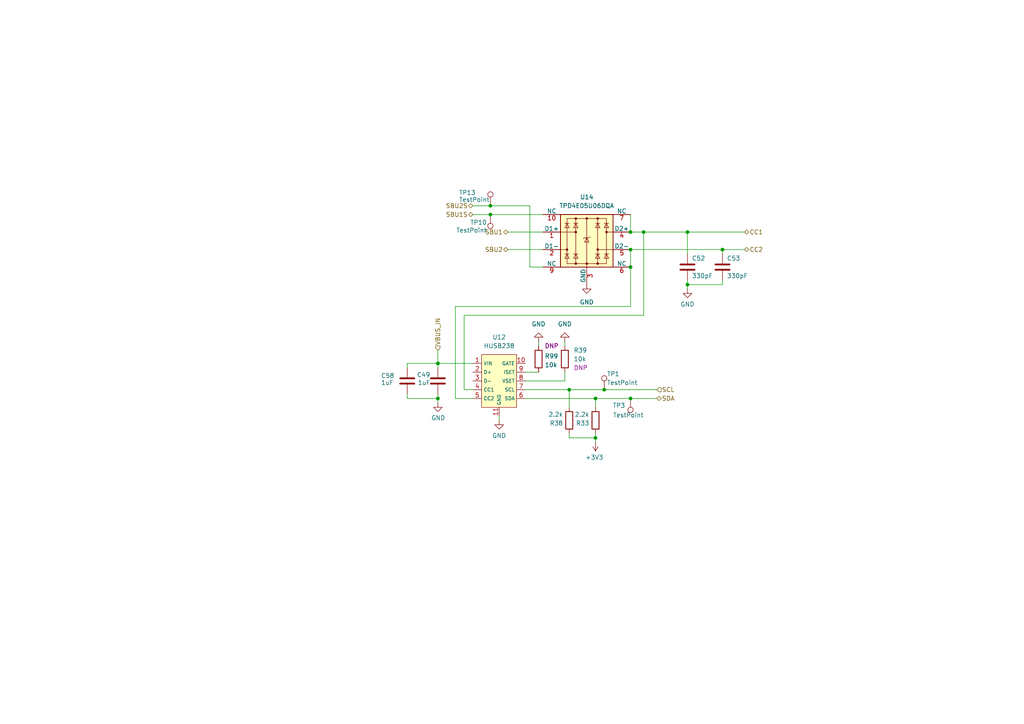
<source format=kicad_sch>
(kicad_sch
	(version 20231120)
	(generator "eeschema")
	(generator_version "8.0")
	(uuid "498836e3-ac49-4f1c-84a4-779df9d5f021")
	(paper "A4")
	(title_block
		(title "${TITLE}")
		(date "${DATE}")
		(rev "${VERSION}")
		(company "${COPYRIGHT}")
		(comment 1 "${LICENSE}")
	)
	(lib_symbols
		(symbol "Connector:TestPoint"
			(pin_numbers hide)
			(pin_names
				(offset 0.762) hide)
			(exclude_from_sim no)
			(in_bom yes)
			(on_board yes)
			(property "Reference" "TP"
				(at 0 6.858 0)
				(effects
					(font
						(size 1.27 1.27)
					)
				)
			)
			(property "Value" "TestPoint"
				(at 0 5.08 0)
				(effects
					(font
						(size 1.27 1.27)
					)
				)
			)
			(property "Footprint" ""
				(at 5.08 0 0)
				(effects
					(font
						(size 1.27 1.27)
					)
					(hide yes)
				)
			)
			(property "Datasheet" "~"
				(at 5.08 0 0)
				(effects
					(font
						(size 1.27 1.27)
					)
					(hide yes)
				)
			)
			(property "Description" "test point"
				(at 0 0 0)
				(effects
					(font
						(size 1.27 1.27)
					)
					(hide yes)
				)
			)
			(property "ki_keywords" "test point tp"
				(at 0 0 0)
				(effects
					(font
						(size 1.27 1.27)
					)
					(hide yes)
				)
			)
			(property "ki_fp_filters" "Pin* Test*"
				(at 0 0 0)
				(effects
					(font
						(size 1.27 1.27)
					)
					(hide yes)
				)
			)
			(symbol "TestPoint_0_1"
				(circle
					(center 0 3.302)
					(radius 0.762)
					(stroke
						(width 0)
						(type default)
					)
					(fill
						(type none)
					)
				)
			)
			(symbol "TestPoint_1_1"
				(pin passive line
					(at 0 0 90)
					(length 2.54)
					(name "1"
						(effects
							(font
								(size 1.27 1.27)
							)
						)
					)
					(number "1"
						(effects
							(font
								(size 1.27 1.27)
							)
						)
					)
				)
			)
		)
		(symbol "Device:C"
			(pin_numbers hide)
			(pin_names
				(offset 0.254)
			)
			(exclude_from_sim no)
			(in_bom yes)
			(on_board yes)
			(property "Reference" "C"
				(at 0.635 2.54 0)
				(effects
					(font
						(size 1.27 1.27)
					)
					(justify left)
				)
			)
			(property "Value" "C"
				(at 0.635 -2.54 0)
				(effects
					(font
						(size 1.27 1.27)
					)
					(justify left)
				)
			)
			(property "Footprint" ""
				(at 0.9652 -3.81 0)
				(effects
					(font
						(size 1.27 1.27)
					)
					(hide yes)
				)
			)
			(property "Datasheet" "~"
				(at 0 0 0)
				(effects
					(font
						(size 1.27 1.27)
					)
					(hide yes)
				)
			)
			(property "Description" "Unpolarized capacitor"
				(at 0 0 0)
				(effects
					(font
						(size 1.27 1.27)
					)
					(hide yes)
				)
			)
			(property "ki_keywords" "cap capacitor"
				(at 0 0 0)
				(effects
					(font
						(size 1.27 1.27)
					)
					(hide yes)
				)
			)
			(property "ki_fp_filters" "C_*"
				(at 0 0 0)
				(effects
					(font
						(size 1.27 1.27)
					)
					(hide yes)
				)
			)
			(symbol "C_0_1"
				(polyline
					(pts
						(xy -2.032 -0.762) (xy 2.032 -0.762)
					)
					(stroke
						(width 0.508)
						(type default)
					)
					(fill
						(type none)
					)
				)
				(polyline
					(pts
						(xy -2.032 0.762) (xy 2.032 0.762)
					)
					(stroke
						(width 0.508)
						(type default)
					)
					(fill
						(type none)
					)
				)
			)
			(symbol "C_1_1"
				(pin passive line
					(at 0 3.81 270)
					(length 2.794)
					(name "~"
						(effects
							(font
								(size 1.27 1.27)
							)
						)
					)
					(number "1"
						(effects
							(font
								(size 1.27 1.27)
							)
						)
					)
				)
				(pin passive line
					(at 0 -3.81 90)
					(length 2.794)
					(name "~"
						(effects
							(font
								(size 1.27 1.27)
							)
						)
					)
					(number "2"
						(effects
							(font
								(size 1.27 1.27)
							)
						)
					)
				)
			)
		)
		(symbol "Device:R"
			(pin_numbers hide)
			(pin_names
				(offset 0)
			)
			(exclude_from_sim no)
			(in_bom yes)
			(on_board yes)
			(property "Reference" "R"
				(at 2.032 0 90)
				(effects
					(font
						(size 1.27 1.27)
					)
				)
			)
			(property "Value" "R"
				(at 0 0 90)
				(effects
					(font
						(size 1.27 1.27)
					)
				)
			)
			(property "Footprint" ""
				(at -1.778 0 90)
				(effects
					(font
						(size 1.27 1.27)
					)
					(hide yes)
				)
			)
			(property "Datasheet" "~"
				(at 0 0 0)
				(effects
					(font
						(size 1.27 1.27)
					)
					(hide yes)
				)
			)
			(property "Description" "Resistor"
				(at 0 0 0)
				(effects
					(font
						(size 1.27 1.27)
					)
					(hide yes)
				)
			)
			(property "ki_keywords" "R res resistor"
				(at 0 0 0)
				(effects
					(font
						(size 1.27 1.27)
					)
					(hide yes)
				)
			)
			(property "ki_fp_filters" "R_*"
				(at 0 0 0)
				(effects
					(font
						(size 1.27 1.27)
					)
					(hide yes)
				)
			)
			(symbol "R_0_1"
				(rectangle
					(start -1.016 -2.54)
					(end 1.016 2.54)
					(stroke
						(width 0.254)
						(type default)
					)
					(fill
						(type none)
					)
				)
			)
			(symbol "R_1_1"
				(pin passive line
					(at 0 3.81 270)
					(length 1.27)
					(name "~"
						(effects
							(font
								(size 1.27 1.27)
							)
						)
					)
					(number "1"
						(effects
							(font
								(size 1.27 1.27)
							)
						)
					)
				)
				(pin passive line
					(at 0 -3.81 90)
					(length 1.27)
					(name "~"
						(effects
							(font
								(size 1.27 1.27)
							)
						)
					)
					(number "2"
						(effects
							(font
								(size 1.27 1.27)
							)
						)
					)
				)
			)
		)
		(symbol "Power_Protection:TPD4E05U06DQA"
			(pin_names
				(offset 0)
			)
			(exclude_from_sim no)
			(in_bom yes)
			(on_board yes)
			(property "Reference" "U"
				(at -0.635 8.89 0)
				(effects
					(font
						(size 1.27 1.27)
					)
				)
			)
			(property "Value" "TPD4E05U06DQA"
				(at 1.905 -10.16 0)
				(effects
					(font
						(size 1.27 1.27)
					)
					(justify left)
				)
			)
			(property "Footprint" "Package_SON:USON-10_2.5x1.0mm_P0.5mm"
				(at 1.905 -12.065 0)
				(effects
					(font
						(size 1.27 1.27)
						(italic yes)
					)
					(justify left)
					(hide yes)
				)
			)
			(property "Datasheet" "https://www.ti.com/lit/ds/symlink/tpd4e05u06.pdf"
				(at 1.905 -13.97 0)
				(effects
					(font
						(size 1.27 1.27)
					)
					(justify left)
					(hide yes)
				)
			)
			(property "Description" "4-Channel ESD Protection for Super-Speed USB 3.0 Interface, USON-10"
				(at 0 0 0)
				(effects
					(font
						(size 1.27 1.27)
					)
					(hide yes)
				)
			)
			(property "ki_keywords" "ESD protection USB 3.0"
				(at 0 0 0)
				(effects
					(font
						(size 1.27 1.27)
					)
					(hide yes)
				)
			)
			(property "ki_fp_filters" "USON*2.5x1.0mm*P0.5mm*"
				(at 0 0 0)
				(effects
					(font
						(size 1.27 1.27)
					)
					(hide yes)
				)
			)
			(symbol "TPD4E05U06DQA_0_0"
				(rectangle
					(start -5.715 6.477)
					(end 5.715 -6.604)
					(stroke
						(width 0)
						(type default)
					)
					(fill
						(type none)
					)
				)
				(polyline
					(pts
						(xy -3.175 -6.604) (xy -3.175 6.477)
					)
					(stroke
						(width 0)
						(type default)
					)
					(fill
						(type none)
					)
				)
				(polyline
					(pts
						(xy 0 6.477) (xy 0 -6.604)
					)
					(stroke
						(width 0)
						(type default)
					)
					(fill
						(type none)
					)
				)
				(polyline
					(pts
						(xy 3.175 6.477) (xy 3.175 -6.604)
					)
					(stroke
						(width 0)
						(type default)
					)
					(fill
						(type none)
					)
				)
			)
			(symbol "TPD4E05U06DQA_0_1"
				(rectangle
					(start -7.62 7.62)
					(end 7.62 -7.62)
					(stroke
						(width 0.254)
						(type default)
					)
					(fill
						(type background)
					)
				)
				(circle
					(center -5.715 -2.54)
					(radius 0.2794)
					(stroke
						(width 0)
						(type default)
					)
					(fill
						(type outline)
					)
				)
				(circle
					(center -3.175 -6.604)
					(radius 0.2794)
					(stroke
						(width 0)
						(type default)
					)
					(fill
						(type outline)
					)
				)
				(circle
					(center -3.175 2.54)
					(radius 0.2794)
					(stroke
						(width 0)
						(type default)
					)
					(fill
						(type outline)
					)
				)
				(circle
					(center -3.175 6.477)
					(radius 0.2794)
					(stroke
						(width 0)
						(type default)
					)
					(fill
						(type outline)
					)
				)
				(circle
					(center 0 -6.604)
					(radius 0.2794)
					(stroke
						(width 0)
						(type default)
					)
					(fill
						(type outline)
					)
				)
				(polyline
					(pts
						(xy -7.747 2.54) (xy -3.175 2.54)
					)
					(stroke
						(width 0)
						(type default)
					)
					(fill
						(type none)
					)
				)
				(polyline
					(pts
						(xy -7.62 -2.54) (xy -5.715 -2.54)
					)
					(stroke
						(width 0)
						(type default)
					)
					(fill
						(type none)
					)
				)
				(polyline
					(pts
						(xy -5.08 -3.81) (xy -6.35 -3.81)
					)
					(stroke
						(width 0)
						(type default)
					)
					(fill
						(type none)
					)
				)
				(polyline
					(pts
						(xy -5.08 5.08) (xy -6.35 5.08)
					)
					(stroke
						(width 0)
						(type default)
					)
					(fill
						(type none)
					)
				)
				(polyline
					(pts
						(xy -2.54 -3.81) (xy -3.81 -3.81)
					)
					(stroke
						(width 0)
						(type default)
					)
					(fill
						(type none)
					)
				)
				(polyline
					(pts
						(xy -2.54 5.08) (xy -3.81 5.08)
					)
					(stroke
						(width 0)
						(type default)
					)
					(fill
						(type none)
					)
				)
				(polyline
					(pts
						(xy -0.635 0.889) (xy -1.016 0.635)
					)
					(stroke
						(width 0)
						(type default)
					)
					(fill
						(type none)
					)
				)
				(polyline
					(pts
						(xy 0 -6.604) (xy 0 -7.62)
					)
					(stroke
						(width 0)
						(type default)
					)
					(fill
						(type none)
					)
				)
				(polyline
					(pts
						(xy 0.635 0.889) (xy -0.635 0.889)
					)
					(stroke
						(width 0)
						(type default)
					)
					(fill
						(type none)
					)
				)
				(polyline
					(pts
						(xy 0.635 0.889) (xy 1.016 1.143)
					)
					(stroke
						(width 0)
						(type default)
					)
					(fill
						(type none)
					)
				)
				(polyline
					(pts
						(xy 3.81 -3.81) (xy 2.54 -3.81)
					)
					(stroke
						(width 0)
						(type default)
					)
					(fill
						(type none)
					)
				)
				(polyline
					(pts
						(xy 3.81 5.08) (xy 2.54 5.08)
					)
					(stroke
						(width 0)
						(type default)
					)
					(fill
						(type none)
					)
				)
				(polyline
					(pts
						(xy 6.35 -3.81) (xy 5.08 -3.81)
					)
					(stroke
						(width 0)
						(type default)
					)
					(fill
						(type none)
					)
				)
				(polyline
					(pts
						(xy 6.35 5.08) (xy 5.08 5.08)
					)
					(stroke
						(width 0)
						(type default)
					)
					(fill
						(type none)
					)
				)
				(polyline
					(pts
						(xy 7.62 -2.54) (xy 3.175 -2.54)
					)
					(stroke
						(width 0)
						(type default)
					)
					(fill
						(type none)
					)
				)
				(polyline
					(pts
						(xy 7.62 2.54) (xy 5.715 2.54)
					)
					(stroke
						(width 0)
						(type default)
					)
					(fill
						(type none)
					)
				)
				(polyline
					(pts
						(xy -5.08 -5.08) (xy -6.35 -5.08) (xy -5.715 -3.81) (xy -5.08 -5.08)
					)
					(stroke
						(width 0)
						(type default)
					)
					(fill
						(type none)
					)
				)
				(polyline
					(pts
						(xy -5.08 3.81) (xy -6.35 3.81) (xy -5.715 5.08) (xy -5.08 3.81)
					)
					(stroke
						(width 0)
						(type default)
					)
					(fill
						(type none)
					)
				)
				(polyline
					(pts
						(xy -2.54 -5.08) (xy -3.81 -5.08) (xy -3.175 -3.81) (xy -2.54 -5.08)
					)
					(stroke
						(width 0)
						(type default)
					)
					(fill
						(type none)
					)
				)
				(polyline
					(pts
						(xy -2.54 3.81) (xy -3.81 3.81) (xy -3.175 5.08) (xy -2.54 3.81)
					)
					(stroke
						(width 0)
						(type default)
					)
					(fill
						(type none)
					)
				)
				(polyline
					(pts
						(xy 0.635 -0.381) (xy -0.635 -0.381) (xy 0 0.889) (xy 0.635 -0.381)
					)
					(stroke
						(width 0)
						(type default)
					)
					(fill
						(type none)
					)
				)
				(polyline
					(pts
						(xy 3.81 -5.08) (xy 2.54 -5.08) (xy 3.175 -3.81) (xy 3.81 -5.08)
					)
					(stroke
						(width 0)
						(type default)
					)
					(fill
						(type none)
					)
				)
				(polyline
					(pts
						(xy 3.81 3.81) (xy 2.54 3.81) (xy 3.175 5.08) (xy 3.81 3.81)
					)
					(stroke
						(width 0)
						(type default)
					)
					(fill
						(type none)
					)
				)
				(polyline
					(pts
						(xy 6.35 -5.08) (xy 5.08 -5.08) (xy 5.715 -3.81) (xy 6.35 -5.08)
					)
					(stroke
						(width 0)
						(type default)
					)
					(fill
						(type none)
					)
				)
				(polyline
					(pts
						(xy 6.35 3.81) (xy 5.08 3.81) (xy 5.715 5.08) (xy 6.35 3.81)
					)
					(stroke
						(width 0)
						(type default)
					)
					(fill
						(type none)
					)
				)
				(circle
					(center 0 6.477)
					(radius 0.2794)
					(stroke
						(width 0)
						(type default)
					)
					(fill
						(type outline)
					)
				)
				(circle
					(center 3.175 -6.604)
					(radius 0.2794)
					(stroke
						(width 0)
						(type default)
					)
					(fill
						(type outline)
					)
				)
				(circle
					(center 3.175 -2.54)
					(radius 0.2794)
					(stroke
						(width 0)
						(type default)
					)
					(fill
						(type outline)
					)
				)
				(circle
					(center 3.175 6.477)
					(radius 0.2794)
					(stroke
						(width 0)
						(type default)
					)
					(fill
						(type outline)
					)
				)
				(circle
					(center 5.715 2.54)
					(radius 0.2794)
					(stroke
						(width 0)
						(type default)
					)
					(fill
						(type outline)
					)
				)
			)
			(symbol "TPD4E05U06DQA_1_1"
				(pin passive line
					(at -12.7 2.54 0)
					(length 5.08)
					(name "D1+"
						(effects
							(font
								(size 1.27 1.27)
							)
						)
					)
					(number "1"
						(effects
							(font
								(size 1.27 1.27)
							)
						)
					)
				)
				(pin free line
					(at -12.7 7.62 0)
					(length 5.08)
					(name "NC"
						(effects
							(font
								(size 1.27 1.27)
							)
						)
					)
					(number "10"
						(effects
							(font
								(size 1.27 1.27)
							)
						)
					)
				)
				(pin passive line
					(at -12.7 -2.54 0)
					(length 5.08)
					(name "D1-"
						(effects
							(font
								(size 1.27 1.27)
							)
						)
					)
					(number "2"
						(effects
							(font
								(size 1.27 1.27)
							)
						)
					)
				)
				(pin power_in line
					(at 0 -12.7 90)
					(length 5.08)
					(name "GND"
						(effects
							(font
								(size 1.27 1.27)
							)
						)
					)
					(number "3"
						(effects
							(font
								(size 1.27 1.27)
							)
						)
					)
				)
				(pin passive line
					(at 12.7 2.54 180)
					(length 5.08)
					(name "D2+"
						(effects
							(font
								(size 1.27 1.27)
							)
						)
					)
					(number "4"
						(effects
							(font
								(size 1.27 1.27)
							)
						)
					)
				)
				(pin passive line
					(at 12.7 -2.54 180)
					(length 5.08)
					(name "D2-"
						(effects
							(font
								(size 1.27 1.27)
							)
						)
					)
					(number "5"
						(effects
							(font
								(size 1.27 1.27)
							)
						)
					)
				)
				(pin free line
					(at 12.7 -7.62 180)
					(length 5.08)
					(name "NC"
						(effects
							(font
								(size 1.27 1.27)
							)
						)
					)
					(number "6"
						(effects
							(font
								(size 1.27 1.27)
							)
						)
					)
				)
				(pin free line
					(at 12.7 7.62 180)
					(length 5.08)
					(name "NC"
						(effects
							(font
								(size 1.27 1.27)
							)
						)
					)
					(number "7"
						(effects
							(font
								(size 1.27 1.27)
							)
						)
					)
				)
				(pin passive line
					(at 0 -12.7 90)
					(length 5.08) hide
					(name "GND"
						(effects
							(font
								(size 1.27 1.27)
							)
						)
					)
					(number "8"
						(effects
							(font
								(size 1.27 1.27)
							)
						)
					)
				)
				(pin free line
					(at -12.7 -7.62 0)
					(length 5.08)
					(name "NC"
						(effects
							(font
								(size 1.27 1.27)
							)
						)
					)
					(number "9"
						(effects
							(font
								(size 1.27 1.27)
							)
						)
					)
				)
			)
		)
		(symbol "Project:HUSB238"
			(exclude_from_sim no)
			(in_bom yes)
			(on_board yes)
			(property "Reference" "U"
				(at 0 0 0)
				(effects
					(font
						(size 1.27 1.27)
					)
				)
			)
			(property "Value" "HUSB238"
				(at 0 0 0)
				(effects
					(font
						(size 1.27 1.27)
					)
				)
			)
			(property "Footprint" "Porject:HUSB238-QFN-10_EP_3.7x3_Pitch0.5mm"
				(at 0 0 0)
				(effects
					(font
						(size 1.27 1.27)
					)
					(hide yes)
				)
			)
			(property "Datasheet" ""
				(at 0 0 0)
				(effects
					(font
						(size 1.27 1.27)
					)
					(hide yes)
				)
			)
			(property "Description" ""
				(at 0 0 0)
				(effects
					(font
						(size 1.27 1.27)
					)
					(hide yes)
				)
			)
			(symbol "HUSB238_0_1"
				(rectangle
					(start 2.54 0)
					(end 12.7 -15.24)
					(stroke
						(width 0)
						(type default)
					)
					(fill
						(type background)
					)
				)
			)
			(symbol "HUSB238_1_1"
				(pin passive line
					(at 0 -2.54 0)
					(length 2.54)
					(name "VIN"
						(effects
							(font
								(size 1.016 1.016)
							)
						)
					)
					(number "1"
						(effects
							(font
								(size 1.27 1.27)
							)
						)
					)
				)
				(pin passive line
					(at 15.24 -2.54 180)
					(length 2.54)
					(name "GATE"
						(effects
							(font
								(size 1.016 1.016)
							)
						)
					)
					(number "10"
						(effects
							(font
								(size 1.27 1.27)
							)
						)
					)
				)
				(pin passive line
					(at 7.62 -17.78 90)
					(length 2.54)
					(name "GND"
						(effects
							(font
								(size 1.016 1.016)
							)
						)
					)
					(number "11"
						(effects
							(font
								(size 1.27 1.27)
							)
						)
					)
				)
				(pin passive line
					(at 0 -5.08 0)
					(length 2.54)
					(name "D+"
						(effects
							(font
								(size 1.016 1.016)
							)
						)
					)
					(number "2"
						(effects
							(font
								(size 1.27 1.27)
							)
						)
					)
				)
				(pin passive line
					(at 0 -7.62 0)
					(length 2.54)
					(name "D-"
						(effects
							(font
								(size 1.016 1.016)
							)
						)
					)
					(number "3"
						(effects
							(font
								(size 1.27 1.27)
							)
						)
					)
				)
				(pin passive line
					(at 0 -10.16 0)
					(length 2.54)
					(name "CC1"
						(effects
							(font
								(size 1.016 1.016)
							)
						)
					)
					(number "4"
						(effects
							(font
								(size 1.27 1.27)
							)
						)
					)
				)
				(pin passive line
					(at 0 -12.7 0)
					(length 2.54)
					(name "CC2"
						(effects
							(font
								(size 1.016 1.016)
							)
						)
					)
					(number "5"
						(effects
							(font
								(size 1.27 1.27)
							)
						)
					)
				)
				(pin passive line
					(at 15.24 -12.7 180)
					(length 2.54)
					(name "SDA"
						(effects
							(font
								(size 1.016 1.016)
							)
						)
					)
					(number "6"
						(effects
							(font
								(size 1.27 1.27)
							)
						)
					)
				)
				(pin passive line
					(at 15.24 -10.16 180)
					(length 2.54)
					(name "SCL"
						(effects
							(font
								(size 1.016 1.016)
							)
						)
					)
					(number "7"
						(effects
							(font
								(size 1.27 1.27)
							)
						)
					)
				)
				(pin passive line
					(at 15.24 -7.62 180)
					(length 2.54)
					(name "VSET"
						(effects
							(font
								(size 1.016 1.016)
							)
						)
					)
					(number "8"
						(effects
							(font
								(size 1.27 1.27)
							)
						)
					)
				)
				(pin passive line
					(at 15.24 -5.08 180)
					(length 2.54)
					(name "ISET"
						(effects
							(font
								(size 1.016 1.016)
							)
						)
					)
					(number "9"
						(effects
							(font
								(size 1.27 1.27)
							)
						)
					)
				)
			)
		)
		(symbol "power:+3V3"
			(power)
			(pin_numbers hide)
			(pin_names
				(offset 0) hide)
			(exclude_from_sim no)
			(in_bom yes)
			(on_board yes)
			(property "Reference" "#PWR"
				(at 0 -3.81 0)
				(effects
					(font
						(size 1.27 1.27)
					)
					(hide yes)
				)
			)
			(property "Value" "+3V3"
				(at 0 3.556 0)
				(effects
					(font
						(size 1.27 1.27)
					)
				)
			)
			(property "Footprint" ""
				(at 0 0 0)
				(effects
					(font
						(size 1.27 1.27)
					)
					(hide yes)
				)
			)
			(property "Datasheet" ""
				(at 0 0 0)
				(effects
					(font
						(size 1.27 1.27)
					)
					(hide yes)
				)
			)
			(property "Description" "Power symbol creates a global label with name \"+3V3\""
				(at 0 0 0)
				(effects
					(font
						(size 1.27 1.27)
					)
					(hide yes)
				)
			)
			(property "ki_keywords" "global power"
				(at 0 0 0)
				(effects
					(font
						(size 1.27 1.27)
					)
					(hide yes)
				)
			)
			(symbol "+3V3_0_1"
				(polyline
					(pts
						(xy -0.762 1.27) (xy 0 2.54)
					)
					(stroke
						(width 0)
						(type default)
					)
					(fill
						(type none)
					)
				)
				(polyline
					(pts
						(xy 0 0) (xy 0 2.54)
					)
					(stroke
						(width 0)
						(type default)
					)
					(fill
						(type none)
					)
				)
				(polyline
					(pts
						(xy 0 2.54) (xy 0.762 1.27)
					)
					(stroke
						(width 0)
						(type default)
					)
					(fill
						(type none)
					)
				)
			)
			(symbol "+3V3_1_1"
				(pin power_in line
					(at 0 0 90)
					(length 0)
					(name "~"
						(effects
							(font
								(size 1.27 1.27)
							)
						)
					)
					(number "1"
						(effects
							(font
								(size 1.27 1.27)
							)
						)
					)
				)
			)
		)
		(symbol "power:GND"
			(power)
			(pin_numbers hide)
			(pin_names
				(offset 0) hide)
			(exclude_from_sim no)
			(in_bom yes)
			(on_board yes)
			(property "Reference" "#PWR"
				(at 0 -6.35 0)
				(effects
					(font
						(size 1.27 1.27)
					)
					(hide yes)
				)
			)
			(property "Value" "GND"
				(at 0 -3.81 0)
				(effects
					(font
						(size 1.27 1.27)
					)
				)
			)
			(property "Footprint" ""
				(at 0 0 0)
				(effects
					(font
						(size 1.27 1.27)
					)
					(hide yes)
				)
			)
			(property "Datasheet" ""
				(at 0 0 0)
				(effects
					(font
						(size 1.27 1.27)
					)
					(hide yes)
				)
			)
			(property "Description" "Power symbol creates a global label with name \"GND\" , ground"
				(at 0 0 0)
				(effects
					(font
						(size 1.27 1.27)
					)
					(hide yes)
				)
			)
			(property "ki_keywords" "global power"
				(at 0 0 0)
				(effects
					(font
						(size 1.27 1.27)
					)
					(hide yes)
				)
			)
			(symbol "GND_0_1"
				(polyline
					(pts
						(xy 0 0) (xy 0 -1.27) (xy 1.27 -1.27) (xy 0 -2.54) (xy -1.27 -1.27) (xy 0 -1.27)
					)
					(stroke
						(width 0)
						(type default)
					)
					(fill
						(type none)
					)
				)
			)
			(symbol "GND_1_1"
				(pin power_in line
					(at 0 0 270)
					(length 0)
					(name "~"
						(effects
							(font
								(size 1.27 1.27)
							)
						)
					)
					(number "1"
						(effects
							(font
								(size 1.27 1.27)
							)
						)
					)
				)
			)
		)
	)
	(junction
		(at 175.26 113.03)
		(diameter 0)
		(color 0 0 0 0)
		(uuid "14352462-2d0a-41f1-a634-779a3848fb5a")
	)
	(junction
		(at 127 105.41)
		(diameter 0)
		(color 0 0 0 0)
		(uuid "233fe4f5-62a5-4027-b058-e1ee81325dd5")
	)
	(junction
		(at 199.39 82.55)
		(diameter 0)
		(color 0 0 0 0)
		(uuid "3f71ffa1-b752-4b8a-be61-e5e3a49ab4bc")
	)
	(junction
		(at 142.24 62.23)
		(diameter 0)
		(color 0 0 0 0)
		(uuid "446e0d04-9570-4040-9396-31c5da26fd4e")
	)
	(junction
		(at 165.1 113.03)
		(diameter 0)
		(color 0 0 0 0)
		(uuid "44da64d3-0d9c-43e2-9776-2f47f907ccf6")
	)
	(junction
		(at 142.24 59.69)
		(diameter 0)
		(color 0 0 0 0)
		(uuid "462c21d6-89ad-4653-86ee-3d66eac72ef3")
	)
	(junction
		(at 127 115.57)
		(diameter 0)
		(color 0 0 0 0)
		(uuid "46c4cb53-9985-4e51-9fb0-c81a9799572d")
	)
	(junction
		(at 199.39 67.31)
		(diameter 0)
		(color 0 0 0 0)
		(uuid "586acce2-2599-431b-b38e-075d0232ae51")
	)
	(junction
		(at 182.88 72.39)
		(diameter 0)
		(color 0 0 0 0)
		(uuid "864b50ae-7977-465e-86c0-9348780d96f7")
	)
	(junction
		(at 182.88 67.31)
		(diameter 0)
		(color 0 0 0 0)
		(uuid "8deff7b5-1121-4967-bafe-dd8faba0dbb8")
	)
	(junction
		(at 172.72 127)
		(diameter 0)
		(color 0 0 0 0)
		(uuid "92d65b65-d2a6-4374-9811-b1ce3bdb1404")
	)
	(junction
		(at 182.88 77.47)
		(diameter 0)
		(color 0 0 0 0)
		(uuid "cdbba0b1-621b-4e96-b256-bc638ffa5979")
	)
	(junction
		(at 172.72 115.57)
		(diameter 0)
		(color 0 0 0 0)
		(uuid "de8514c3-c1dc-4b13-8a11-e08db96da342")
	)
	(junction
		(at 186.69 67.31)
		(diameter 0)
		(color 0 0 0 0)
		(uuid "e8740e54-3d74-4cc6-a279-351fb4322587")
	)
	(junction
		(at 182.88 115.57)
		(diameter 0)
		(color 0 0 0 0)
		(uuid "f75bd65b-7f43-4894-ac9a-eb54b994d21d")
	)
	(junction
		(at 209.55 72.39)
		(diameter 0)
		(color 0 0 0 0)
		(uuid "fc15533f-b97b-4553-a9db-5bab502033e8")
	)
	(wire
		(pts
			(xy 199.39 81.28) (xy 199.39 82.55)
		)
		(stroke
			(width 0)
			(type default)
		)
		(uuid "018429fe-2aac-4b92-89a8-851e2a40ec48")
	)
	(wire
		(pts
			(xy 165.1 113.03) (xy 152.4 113.03)
		)
		(stroke
			(width 0)
			(type default)
		)
		(uuid "02fb98e3-aab5-43ca-8fdd-e92c8f1df69a")
	)
	(wire
		(pts
			(xy 137.16 113.03) (xy 134.62 113.03)
		)
		(stroke
			(width 0)
			(type default)
		)
		(uuid "050232ad-e163-4285-b9e6-7a8f601695b7")
	)
	(wire
		(pts
			(xy 175.26 113.03) (xy 165.1 113.03)
		)
		(stroke
			(width 0)
			(type default)
		)
		(uuid "0545be2d-d2ed-42fa-9d7e-9dbb75913a93")
	)
	(wire
		(pts
			(xy 127 116.84) (xy 127 115.57)
		)
		(stroke
			(width 0)
			(type default)
		)
		(uuid "0ea12f49-0fd7-47bb-98a5-f84bc9037c38")
	)
	(wire
		(pts
			(xy 152.4 107.95) (xy 156.21 107.95)
		)
		(stroke
			(width 0)
			(type default)
		)
		(uuid "0f89b661-73c1-4cad-a6f4-a5eaae95898b")
	)
	(wire
		(pts
			(xy 134.62 113.03) (xy 134.62 91.44)
		)
		(stroke
			(width 0)
			(type default)
		)
		(uuid "18561e25-1aca-4673-81f6-ed9c11f682f1")
	)
	(wire
		(pts
			(xy 137.16 59.69) (xy 142.24 59.69)
		)
		(stroke
			(width 0)
			(type default)
		)
		(uuid "1c185860-d0b6-4db0-a768-69e0e24fe5d3")
	)
	(wire
		(pts
			(xy 156.21 100.33) (xy 156.21 99.06)
		)
		(stroke
			(width 0)
			(type default)
		)
		(uuid "1c6e2505-83d3-49dd-8115-00e19bfd6b65")
	)
	(wire
		(pts
			(xy 118.11 115.57) (xy 127 115.57)
		)
		(stroke
			(width 0)
			(type default)
		)
		(uuid "1ced205b-d1b9-4064-8c3e-681d45b841d6")
	)
	(wire
		(pts
			(xy 182.88 62.23) (xy 182.88 67.31)
		)
		(stroke
			(width 0)
			(type default)
		)
		(uuid "1efb189e-686c-4431-bc82-f34b9804b2c5")
	)
	(wire
		(pts
			(xy 142.24 59.69) (xy 153.67 59.69)
		)
		(stroke
			(width 0)
			(type default)
		)
		(uuid "1f2753ee-f9f5-44c0-8829-15c29508f557")
	)
	(wire
		(pts
			(xy 199.39 67.31) (xy 215.9 67.31)
		)
		(stroke
			(width 0)
			(type default)
		)
		(uuid "37c29b83-5539-4cab-a64d-b974abe88c71")
	)
	(wire
		(pts
			(xy 127 105.41) (xy 127 101.6)
		)
		(stroke
			(width 0)
			(type default)
		)
		(uuid "3953253d-fee6-45c8-8c99-b2854e6d55ff")
	)
	(wire
		(pts
			(xy 132.08 88.9) (xy 182.88 88.9)
		)
		(stroke
			(width 0)
			(type default)
		)
		(uuid "3a286854-92da-491d-a89a-e538db5ebb37")
	)
	(wire
		(pts
			(xy 182.88 72.39) (xy 182.88 77.47)
		)
		(stroke
			(width 0)
			(type default)
		)
		(uuid "3ad626f8-54ba-4760-a036-1f8c15c872fa")
	)
	(wire
		(pts
			(xy 190.5 115.57) (xy 182.88 115.57)
		)
		(stroke
			(width 0)
			(type default)
		)
		(uuid "3cab926e-042d-4ffe-939f-aefaea6bd0f4")
	)
	(wire
		(pts
			(xy 118.11 105.41) (xy 118.11 106.68)
		)
		(stroke
			(width 0)
			(type default)
		)
		(uuid "41e6c095-9893-4ae8-aaaa-b6a8fe8e44f3")
	)
	(wire
		(pts
			(xy 172.72 118.11) (xy 172.72 115.57)
		)
		(stroke
			(width 0)
			(type default)
		)
		(uuid "42190023-8139-4c3b-bee7-5606d3d16842")
	)
	(wire
		(pts
			(xy 153.67 77.47) (xy 153.67 59.69)
		)
		(stroke
			(width 0)
			(type default)
		)
		(uuid "4bd5aa98-9353-4220-88bb-1abcc0518ba5")
	)
	(wire
		(pts
			(xy 172.72 128.27) (xy 172.72 127)
		)
		(stroke
			(width 0)
			(type default)
		)
		(uuid "590f579d-0027-4e31-a29a-81d44ac6722c")
	)
	(wire
		(pts
			(xy 142.24 62.23) (xy 157.48 62.23)
		)
		(stroke
			(width 0)
			(type default)
		)
		(uuid "5fac3547-106c-42f0-b21c-5a21a645372f")
	)
	(wire
		(pts
			(xy 182.88 72.39) (xy 209.55 72.39)
		)
		(stroke
			(width 0)
			(type default)
		)
		(uuid "71058e92-029c-47a3-b4f6-c75349797a58")
	)
	(wire
		(pts
			(xy 199.39 82.55) (xy 199.39 83.82)
		)
		(stroke
			(width 0)
			(type default)
		)
		(uuid "72e55875-58aa-4dd0-9661-304e9e7a5406")
	)
	(wire
		(pts
			(xy 157.48 77.47) (xy 153.67 77.47)
		)
		(stroke
			(width 0)
			(type default)
		)
		(uuid "72f3fd0d-f4b5-4dbe-84b8-cbe854b4bd39")
	)
	(wire
		(pts
			(xy 172.72 115.57) (xy 152.4 115.57)
		)
		(stroke
			(width 0)
			(type default)
		)
		(uuid "78119ffc-875b-4167-8a3e-2bfbc490634d")
	)
	(wire
		(pts
			(xy 144.78 121.92) (xy 144.78 120.65)
		)
		(stroke
			(width 0)
			(type default)
		)
		(uuid "7d851a53-4c95-436c-8b47-79223601ec4d")
	)
	(wire
		(pts
			(xy 132.08 88.9) (xy 132.08 115.57)
		)
		(stroke
			(width 0)
			(type default)
		)
		(uuid "85e363d8-b809-419d-9b5e-2f3722e8b4da")
	)
	(wire
		(pts
			(xy 118.11 105.41) (xy 127 105.41)
		)
		(stroke
			(width 0)
			(type default)
		)
		(uuid "89e9bcb3-bd8a-4eff-a84a-fd9de95f3fa7")
	)
	(wire
		(pts
			(xy 172.72 127) (xy 165.1 127)
		)
		(stroke
			(width 0)
			(type default)
		)
		(uuid "8d04a2a1-0a4f-45ec-92a2-70bc65339cc0")
	)
	(wire
		(pts
			(xy 182.88 88.9) (xy 182.88 77.47)
		)
		(stroke
			(width 0)
			(type default)
		)
		(uuid "90e6572c-a798-423d-a43c-b9bddc1e5133")
	)
	(wire
		(pts
			(xy 152.4 110.49) (xy 163.83 110.49)
		)
		(stroke
			(width 0)
			(type default)
		)
		(uuid "9c877de1-0053-4124-a451-a19a5c343906")
	)
	(wire
		(pts
			(xy 199.39 82.55) (xy 209.55 82.55)
		)
		(stroke
			(width 0)
			(type default)
		)
		(uuid "9eaf313a-43a0-4b11-8b87-a567b8a1ebd7")
	)
	(wire
		(pts
			(xy 165.1 125.73) (xy 165.1 127)
		)
		(stroke
			(width 0)
			(type default)
		)
		(uuid "a2e5fd40-63f9-40dc-9d95-7c523f39b426")
	)
	(wire
		(pts
			(xy 127 114.3) (xy 127 115.57)
		)
		(stroke
			(width 0)
			(type default)
		)
		(uuid "a842fac1-f7e1-419d-9f4f-9a4bf94cc5f7")
	)
	(wire
		(pts
			(xy 172.72 127) (xy 172.72 125.73)
		)
		(stroke
			(width 0)
			(type default)
		)
		(uuid "a8a4dccb-8f49-431d-a510-bfdd8c55795a")
	)
	(wire
		(pts
			(xy 127 105.41) (xy 137.16 105.41)
		)
		(stroke
			(width 0)
			(type default)
		)
		(uuid "ab0854b5-06a9-484a-98dc-aacbb41f7b41")
	)
	(wire
		(pts
			(xy 209.55 82.55) (xy 209.55 81.28)
		)
		(stroke
			(width 0)
			(type default)
		)
		(uuid "ae9c3ab5-d0bf-45a7-a84e-1fabe67b951c")
	)
	(wire
		(pts
			(xy 118.11 115.57) (xy 118.11 114.3)
		)
		(stroke
			(width 0)
			(type default)
		)
		(uuid "b0e7c1a6-b8bf-4be2-8aec-f7bffb5e827c")
	)
	(wire
		(pts
			(xy 147.32 67.31) (xy 157.48 67.31)
		)
		(stroke
			(width 0)
			(type default)
		)
		(uuid "b1dcdaad-8f8d-4723-89c7-74d5a7b40962")
	)
	(wire
		(pts
			(xy 134.62 91.44) (xy 186.69 91.44)
		)
		(stroke
			(width 0)
			(type default)
		)
		(uuid "b84886b8-82e5-4dbc-b42a-5448f2aa3a7e")
	)
	(wire
		(pts
			(xy 209.55 72.39) (xy 215.9 72.39)
		)
		(stroke
			(width 0)
			(type default)
		)
		(uuid "c1cbd1b5-0741-4e2c-a412-0dfd18f5d389")
	)
	(wire
		(pts
			(xy 127 105.41) (xy 127 106.68)
		)
		(stroke
			(width 0)
			(type default)
		)
		(uuid "c1ef48ec-8cf4-4d92-80d2-76bcd245881f")
	)
	(wire
		(pts
			(xy 190.5 113.03) (xy 175.26 113.03)
		)
		(stroke
			(width 0)
			(type default)
		)
		(uuid "c33f75fd-1089-4872-824b-af6e6d891d23")
	)
	(wire
		(pts
			(xy 186.69 67.31) (xy 199.39 67.31)
		)
		(stroke
			(width 0)
			(type default)
		)
		(uuid "c8358e4f-802b-4e48-bc55-c5b004bbd838")
	)
	(wire
		(pts
			(xy 165.1 118.11) (xy 165.1 113.03)
		)
		(stroke
			(width 0)
			(type default)
		)
		(uuid "d1db3be0-9db6-4cbd-b8cb-1adc98bde494")
	)
	(wire
		(pts
			(xy 163.83 110.49) (xy 163.83 107.95)
		)
		(stroke
			(width 0)
			(type default)
		)
		(uuid "d240ae66-ddd7-4f08-9b62-0e59cb4c28d7")
	)
	(wire
		(pts
			(xy 182.88 67.31) (xy 186.69 67.31)
		)
		(stroke
			(width 0)
			(type default)
		)
		(uuid "e29edc07-af27-4136-9792-d42122cf074a")
	)
	(wire
		(pts
			(xy 163.83 99.06) (xy 163.83 100.33)
		)
		(stroke
			(width 0)
			(type default)
		)
		(uuid "e38280cd-e726-4dd2-83a3-c1f2b7b74c6b")
	)
	(wire
		(pts
			(xy 182.88 115.57) (xy 172.72 115.57)
		)
		(stroke
			(width 0)
			(type default)
		)
		(uuid "e89f8de2-330e-47b7-bea6-078911b3456e")
	)
	(wire
		(pts
			(xy 147.32 72.39) (xy 157.48 72.39)
		)
		(stroke
			(width 0)
			(type default)
		)
		(uuid "e932fe8e-365a-436c-a998-b53daf239201")
	)
	(wire
		(pts
			(xy 137.16 115.57) (xy 132.08 115.57)
		)
		(stroke
			(width 0)
			(type default)
		)
		(uuid "eb0052ff-db66-4572-b1ab-6dc4cb3ce5b9")
	)
	(wire
		(pts
			(xy 137.16 62.23) (xy 142.24 62.23)
		)
		(stroke
			(width 0)
			(type default)
		)
		(uuid "eeada3fc-5c7f-4dca-8aeb-5fb7bbbea94a")
	)
	(wire
		(pts
			(xy 209.55 72.39) (xy 209.55 73.66)
		)
		(stroke
			(width 0)
			(type default)
		)
		(uuid "fa094ae0-368b-46fc-911b-8f7ff353c5aa")
	)
	(wire
		(pts
			(xy 186.69 91.44) (xy 186.69 67.31)
		)
		(stroke
			(width 0)
			(type default)
		)
		(uuid "fb4552bf-407c-4a42-87d0-97d725709ad6")
	)
	(wire
		(pts
			(xy 199.39 67.31) (xy 199.39 73.66)
		)
		(stroke
			(width 0)
			(type default)
		)
		(uuid "fc73c77f-991b-47d2-8043-ca103cb5ee58")
	)
	(hierarchical_label "CC1"
		(shape bidirectional)
		(at 215.9 67.31 0)
		(fields_autoplaced yes)
		(effects
			(font
				(size 1.27 1.27)
			)
			(justify left)
		)
		(uuid "06f5adb2-4d9e-4124-aa1d-f4a7fbe7c3f2")
	)
	(hierarchical_label "CC2"
		(shape bidirectional)
		(at 215.9 72.39 0)
		(fields_autoplaced yes)
		(effects
			(font
				(size 1.27 1.27)
			)
			(justify left)
		)
		(uuid "1c533358-aff4-4516-b63d-dd4b449e1009")
	)
	(hierarchical_label "SDA"
		(shape bidirectional)
		(at 190.5 115.57 0)
		(fields_autoplaced yes)
		(effects
			(font
				(size 1.27 1.27)
			)
			(justify left)
		)
		(uuid "4a0f1be6-04ff-4374-a6fc-8c7e4e41939a")
	)
	(hierarchical_label "SBU1"
		(shape bidirectional)
		(at 147.32 67.31 180)
		(fields_autoplaced yes)
		(effects
			(font
				(size 1.27 1.27)
			)
			(justify right)
		)
		(uuid "5427378f-959b-4044-99c3-9ffa0624397e")
	)
	(hierarchical_label "SBU2"
		(shape bidirectional)
		(at 147.32 72.39 180)
		(fields_autoplaced yes)
		(effects
			(font
				(size 1.27 1.27)
			)
			(justify right)
		)
		(uuid "77d88eb6-d22a-4435-8b58-3792208dedff")
	)
	(hierarchical_label "SBU1S"
		(shape bidirectional)
		(at 137.16 62.23 180)
		(fields_autoplaced yes)
		(effects
			(font
				(size 1.27 1.27)
			)
			(justify right)
		)
		(uuid "84ccf17f-2a90-4aa0-9c5f-d0841d2dfa2b")
	)
	(hierarchical_label "SBU2S"
		(shape bidirectional)
		(at 137.16 59.69 180)
		(fields_autoplaced yes)
		(effects
			(font
				(size 1.27 1.27)
			)
			(justify right)
		)
		(uuid "9d844dc7-8fff-4928-89c9-fe3888459ab3")
	)
	(hierarchical_label "VBUS_IN"
		(shape input)
		(at 127 101.6 90)
		(fields_autoplaced yes)
		(effects
			(font
				(size 1.27 1.27)
			)
			(justify left)
		)
		(uuid "b67db7e8-f562-4eb2-a02a-22cff76841ce")
	)
	(hierarchical_label "SCL"
		(shape input)
		(at 190.5 113.03 0)
		(fields_autoplaced yes)
		(effects
			(font
				(size 1.27 1.27)
			)
			(justify left)
		)
		(uuid "fdb3743f-841d-4586-a37b-fcd1b5cea500")
	)
	(symbol
		(lib_id "Device:C")
		(at 199.39 77.47 0)
		(unit 1)
		(exclude_from_sim no)
		(in_bom yes)
		(on_board yes)
		(dnp no)
		(uuid "10250eda-c9d4-45fd-8bee-dea466583238")
		(property "Reference" "C52"
			(at 200.66 74.93 0)
			(effects
				(font
					(size 1.27 1.27)
				)
				(justify left)
			)
		)
		(property "Value" "330pF"
			(at 200.66 80.01 0)
			(effects
				(font
					(size 1.27 1.27)
				)
				(justify left)
			)
		)
		(property "Footprint" "Capacitor_SMD:C_0402_1005Metric"
			(at 200.3552 81.28 0)
			(effects
				(font
					(size 1.27 1.27)
				)
				(hide yes)
			)
		)
		(property "Datasheet" "~"
			(at 199.39 77.47 0)
			(effects
				(font
					(size 1.27 1.27)
				)
				(hide yes)
			)
		)
		(property "Description" "Unpolarized capacitor"
			(at 199.39 77.47 0)
			(effects
				(font
					(size 1.27 1.27)
				)
				(hide yes)
			)
		)
		(property "Part Number" "CL05C331JB5NNNC"
			(at 199.39 77.47 0)
			(effects
				(font
					(size 1.27 1.27)
				)
				(hide yes)
			)
		)
		(property "Substitution" "any equivalent"
			(at 199.39 77.47 0)
			(effects
				(font
					(size 1.27 1.27)
				)
				(hide yes)
			)
		)
		(property "Manufacturer" "Samsung"
			(at 199.39 77.47 0)
			(effects
				(font
					(size 1.27 1.27)
				)
				(hide yes)
			)
		)
		(pin "1"
			(uuid "a8db76e6-2658-449b-bce6-c70f1ff7691a")
		)
		(pin "2"
			(uuid "edf3e454-5045-4dd2-8be8-afe629df1fae")
		)
		(instances
			(project "cynthion"
				(path "/fb621148-8145-4217-9712-738e1b5a4823/00000000-0000-0000-0000-00005dd754d4/821a7ccd-e154-4207-89e2-0af03a062d97"
					(reference "C52")
					(unit 1)
				)
				(path "/fb621148-8145-4217-9712-738e1b5a4823/00000000-0000-0000-0000-00005dddb747/92d64a9f-2dc8-401c-9690-4ead9b9ce144"
					(reference "C54")
					(unit 1)
				)
			)
		)
	)
	(symbol
		(lib_id "power:GND")
		(at 156.21 99.06 0)
		(mirror x)
		(unit 1)
		(exclude_from_sim no)
		(in_bom yes)
		(on_board yes)
		(dnp no)
		(fields_autoplaced yes)
		(uuid "2a8955a1-cb2a-4bf8-8076-610d5e5c2593")
		(property "Reference" "#PWR021"
			(at 156.21 92.71 0)
			(effects
				(font
					(size 1.27 1.27)
				)
				(hide yes)
			)
		)
		(property "Value" "GND"
			(at 156.21 93.98 0)
			(effects
				(font
					(size 1.27 1.27)
				)
			)
		)
		(property "Footprint" ""
			(at 156.21 99.06 0)
			(effects
				(font
					(size 1.27 1.27)
				)
				(hide yes)
			)
		)
		(property "Datasheet" ""
			(at 156.21 99.06 0)
			(effects
				(font
					(size 1.27 1.27)
				)
				(hide yes)
			)
		)
		(property "Description" "Power symbol creates a global label with name \"GND\" , ground"
			(at 156.21 99.06 0)
			(effects
				(font
					(size 1.27 1.27)
				)
				(hide yes)
			)
		)
		(pin "1"
			(uuid "95a2ee99-b15f-455f-8d6e-9032e7eb0c5f")
		)
		(instances
			(project "cynthion"
				(path "/fb621148-8145-4217-9712-738e1b5a4823/00000000-0000-0000-0000-00005dd754d4/821a7ccd-e154-4207-89e2-0af03a062d97"
					(reference "#PWR021")
					(unit 1)
				)
				(path "/fb621148-8145-4217-9712-738e1b5a4823/00000000-0000-0000-0000-00005dddb747/92d64a9f-2dc8-401c-9690-4ead9b9ce144"
					(reference "#PWR072")
					(unit 1)
				)
			)
		)
	)
	(symbol
		(lib_id "power:GND")
		(at 144.78 121.92 0)
		(mirror y)
		(unit 1)
		(exclude_from_sim no)
		(in_bom yes)
		(on_board yes)
		(dnp no)
		(fields_autoplaced yes)
		(uuid "4691a040-6b47-496c-aec0-281e1b3242f8")
		(property "Reference" "#PWR0165"
			(at 144.78 128.27 0)
			(effects
				(font
					(size 1.27 1.27)
				)
				(hide yes)
			)
		)
		(property "Value" "GND"
			(at 144.78 126.3634 0)
			(effects
				(font
					(size 1.27 1.27)
				)
			)
		)
		(property "Footprint" ""
			(at 144.78 121.92 0)
			(effects
				(font
					(size 1.27 1.27)
				)
				(hide yes)
			)
		)
		(property "Datasheet" ""
			(at 144.78 121.92 0)
			(effects
				(font
					(size 1.27 1.27)
				)
				(hide yes)
			)
		)
		(property "Description" "Power symbol creates a global label with name \"GND\" , ground"
			(at 144.78 121.92 0)
			(effects
				(font
					(size 1.27 1.27)
				)
				(hide yes)
			)
		)
		(pin "1"
			(uuid "8439b657-4659-45f8-8d8c-b2b44425503a")
		)
		(instances
			(project "cynthion"
				(path "/fb621148-8145-4217-9712-738e1b5a4823/00000000-0000-0000-0000-00005dd754d4/821a7ccd-e154-4207-89e2-0af03a062d97"
					(reference "#PWR0165")
					(unit 1)
				)
				(path "/fb621148-8145-4217-9712-738e1b5a4823/00000000-0000-0000-0000-00005dddb747/92d64a9f-2dc8-401c-9690-4ead9b9ce144"
					(reference "#PWR0157")
					(unit 1)
				)
			)
		)
	)
	(symbol
		(lib_id "power:+3V3")
		(at 172.72 128.27 180)
		(unit 1)
		(exclude_from_sim no)
		(in_bom yes)
		(on_board yes)
		(dnp no)
		(uuid "4b14abc9-aca8-4e33-a88d-dfcbb6d4c43b")
		(property "Reference" "#PWR095"
			(at 172.72 124.46 0)
			(effects
				(font
					(size 1.27 1.27)
				)
				(hide yes)
			)
		)
		(property "Value" "+3V3"
			(at 172.3644 132.6642 0)
			(effects
				(font
					(size 1.27 1.27)
				)
			)
		)
		(property "Footprint" ""
			(at 172.72 128.27 0)
			(effects
				(font
					(size 1.27 1.27)
				)
				(hide yes)
			)
		)
		(property "Datasheet" ""
			(at 172.72 128.27 0)
			(effects
				(font
					(size 1.27 1.27)
				)
				(hide yes)
			)
		)
		(property "Description" "Power symbol creates a global label with name \"+3V3\""
			(at 172.72 128.27 0)
			(effects
				(font
					(size 1.27 1.27)
				)
				(hide yes)
			)
		)
		(pin "1"
			(uuid "d9293952-c5a8-4de2-86f3-557a98bd35c0")
		)
		(instances
			(project "cynthion"
				(path "/fb621148-8145-4217-9712-738e1b5a4823/00000000-0000-0000-0000-00005dd754d4/821a7ccd-e154-4207-89e2-0af03a062d97"
					(reference "#PWR095")
					(unit 1)
				)
				(path "/fb621148-8145-4217-9712-738e1b5a4823/00000000-0000-0000-0000-00005dddb747/92d64a9f-2dc8-401c-9690-4ead9b9ce144"
					(reference "#PWR020")
					(unit 1)
				)
			)
		)
	)
	(symbol
		(lib_id "Device:R")
		(at 156.21 104.14 0)
		(unit 1)
		(exclude_from_sim no)
		(in_bom yes)
		(on_board yes)
		(dnp no)
		(uuid "51980730-968e-4f19-b9f6-0bb083d2b2bf")
		(property "Reference" "R99"
			(at 157.988 103.3053 0)
			(effects
				(font
					(size 1.27 1.27)
				)
				(justify left)
			)
		)
		(property "Value" "10k"
			(at 157.988 105.8422 0)
			(effects
				(font
					(size 1.27 1.27)
				)
				(justify left)
			)
		)
		(property "Footprint" "Resistor_SMD:R_0402_1005Metric"
			(at 154.432 104.14 90)
			(effects
				(font
					(size 1.27 1.27)
				)
				(hide yes)
			)
		)
		(property "Datasheet" "~"
			(at 156.21 104.14 0)
			(effects
				(font
					(size 1.27 1.27)
				)
				(hide yes)
			)
		)
		(property "Description" "Resistor"
			(at 156.21 104.14 0)
			(effects
				(font
					(size 1.27 1.27)
				)
				(hide yes)
			)
		)
		(property "Part Number" "RC0402JR-0710KL"
			(at 156.21 104.14 0)
			(effects
				(font
					(size 1.27 1.27)
				)
				(hide yes)
			)
		)
		(property "Substitution" "any equivalent"
			(at 156.21 104.14 0)
			(effects
				(font
					(size 1.27 1.27)
				)
				(hide yes)
			)
		)
		(property "Manufacturer" "Yageo"
			(at 156.21 104.14 0)
			(effects
				(font
					(size 1.27 1.27)
				)
				(hide yes)
			)
		)
		(property "DNP" "DNP"
			(at 160.02 100.33 0)
			(effects
				(font
					(size 1.27 1.27)
				)
			)
		)
		(pin "1"
			(uuid "3bcdf7c5-08fb-429e-824d-80d8480772da")
		)
		(pin "2"
			(uuid "644e04c7-c310-4150-9160-07fb385b2819")
		)
		(instances
			(project "cynthion"
				(path "/fb621148-8145-4217-9712-738e1b5a4823/00000000-0000-0000-0000-00005dd754d4/821a7ccd-e154-4207-89e2-0af03a062d97"
					(reference "R99")
					(unit 1)
				)
				(path "/fb621148-8145-4217-9712-738e1b5a4823/00000000-0000-0000-0000-00005dddb747/92d64a9f-2dc8-401c-9690-4ead9b9ce144"
					(reference "R100")
					(unit 1)
				)
			)
		)
	)
	(symbol
		(lib_id "Device:R")
		(at 172.72 121.92 0)
		(mirror x)
		(unit 1)
		(exclude_from_sim no)
		(in_bom yes)
		(on_board yes)
		(dnp no)
		(fields_autoplaced yes)
		(uuid "5aff3b28-3e2f-4b94-a80d-9f19e571a1ae")
		(property "Reference" "R33"
			(at 170.942 122.7547 0)
			(effects
				(font
					(size 1.27 1.27)
				)
				(justify right)
			)
		)
		(property "Value" "2.2k"
			(at 170.942 120.2178 0)
			(effects
				(font
					(size 1.27 1.27)
				)
				(justify right)
			)
		)
		(property "Footprint" "Resistor_SMD:R_0402_1005Metric"
			(at 170.942 121.92 90)
			(effects
				(font
					(size 1.27 1.27)
				)
				(hide yes)
			)
		)
		(property "Datasheet" "~"
			(at 172.72 121.92 0)
			(effects
				(font
					(size 1.27 1.27)
				)
				(hide yes)
			)
		)
		(property "Description" "Resistor"
			(at 172.72 121.92 0)
			(effects
				(font
					(size 1.27 1.27)
				)
				(hide yes)
			)
		)
		(property "Part Number" "RC0402JR-072K2L"
			(at 172.72 121.92 0)
			(effects
				(font
					(size 1.27 1.27)
				)
				(hide yes)
			)
		)
		(property "Substitution" "any equivalent"
			(at 172.72 121.92 0)
			(effects
				(font
					(size 1.27 1.27)
				)
				(hide yes)
			)
		)
		(property "Manufacturer" "Yageo"
			(at 172.72 121.92 0)
			(effects
				(font
					(size 1.27 1.27)
				)
				(hide yes)
			)
		)
		(pin "1"
			(uuid "d8b72511-65a0-4d43-9ea9-8944dc7ee83e")
		)
		(pin "2"
			(uuid "9ca64bf2-dc8b-4a3a-86fa-e72e1384a4b1")
		)
		(instances
			(project "cynthion"
				(path "/fb621148-8145-4217-9712-738e1b5a4823/00000000-0000-0000-0000-00005dd754d4/821a7ccd-e154-4207-89e2-0af03a062d97"
					(reference "R33")
					(unit 1)
				)
				(path "/fb621148-8145-4217-9712-738e1b5a4823/00000000-0000-0000-0000-00005dddb747/92d64a9f-2dc8-401c-9690-4ead9b9ce144"
					(reference "R97")
					(unit 1)
				)
			)
		)
	)
	(symbol
		(lib_id "Device:C")
		(at 118.11 110.49 0)
		(unit 1)
		(exclude_from_sim no)
		(in_bom yes)
		(on_board yes)
		(dnp no)
		(uuid "65d200dd-56bd-4eb4-9193-01783f29caf0")
		(property "Reference" "C58"
			(at 110.49 108.966 0)
			(effects
				(font
					(size 1.27 1.27)
				)
				(justify left)
			)
		)
		(property "Value" "1uF"
			(at 110.49 110.998 0)
			(effects
				(font
					(size 1.27 1.27)
				)
				(justify left)
			)
		)
		(property "Footprint" "Capacitor_SMD:C_0402_1005Metric"
			(at 119.0752 114.3 0)
			(effects
				(font
					(size 1.27 1.27)
				)
				(hide yes)
			)
		)
		(property "Datasheet" "~"
			(at 118.11 110.49 0)
			(effects
				(font
					(size 1.27 1.27)
				)
				(hide yes)
			)
		)
		(property "Description" "Unpolarized capacitor"
			(at 118.11 110.49 0)
			(effects
				(font
					(size 1.27 1.27)
				)
				(hide yes)
			)
		)
		(property "Part Number" "CL05A105MQ5NNNC"
			(at 118.11 110.49 0)
			(effects
				(font
					(size 1.27 1.27)
				)
				(hide yes)
			)
		)
		(property "Substitution" "CL05A105KQ5NNNC, CL05A105KP5NNNC, CL05A105KO5NNNC"
			(at 118.11 110.49 0)
			(effects
				(font
					(size 1.27 1.27)
				)
				(hide yes)
			)
		)
		(property "Manufacturer" "Samsung"
			(at 118.11 110.49 0)
			(effects
				(font
					(size 1.27 1.27)
				)
				(hide yes)
			)
		)
		(pin "1"
			(uuid "7047aac7-181e-4b7f-a1b0-434045328e9a")
		)
		(pin "2"
			(uuid "32c71e08-3266-49fd-b1e4-50f68356336f")
		)
		(instances
			(project "cynthion"
				(path "/fb621148-8145-4217-9712-738e1b5a4823/00000000-0000-0000-0000-00005dd754d4/821a7ccd-e154-4207-89e2-0af03a062d97"
					(reference "C58")
					(unit 1)
				)
				(path "/fb621148-8145-4217-9712-738e1b5a4823/00000000-0000-0000-0000-00005dddb747/92d64a9f-2dc8-401c-9690-4ead9b9ce144"
					(reference "C56")
					(unit 1)
				)
			)
		)
	)
	(symbol
		(lib_id "Connector:TestPoint")
		(at 142.24 59.69 0)
		(mirror y)
		(unit 1)
		(exclude_from_sim no)
		(in_bom no)
		(on_board yes)
		(dnp no)
		(uuid "74961085-a23a-4000-a7d8-f7acb71b0c75")
		(property "Reference" "TP13"
			(at 133.096 55.88 0)
			(effects
				(font
					(size 1.27 1.27)
				)
				(justify right)
			)
		)
		(property "Value" "TestPoint"
			(at 133.096 57.912 0)
			(effects
				(font
					(size 1.27 1.27)
				)
				(justify right)
			)
		)
		(property "Footprint" "TestPoint:TestPoint_Pad_D1.0mm"
			(at 137.16 59.69 0)
			(effects
				(font
					(size 1.27 1.27)
				)
				(hide yes)
			)
		)
		(property "Datasheet" "~"
			(at 137.16 59.69 0)
			(effects
				(font
					(size 1.27 1.27)
				)
				(hide yes)
			)
		)
		(property "Description" "test point"
			(at 142.24 59.69 0)
			(effects
				(font
					(size 1.27 1.27)
				)
				(hide yes)
			)
		)
		(pin "1"
			(uuid "6c0068a7-a295-4d4a-9837-3441a05cda62")
		)
		(instances
			(project "cynthion"
				(path "/fb621148-8145-4217-9712-738e1b5a4823/00000000-0000-0000-0000-00005dd754d4/821a7ccd-e154-4207-89e2-0af03a062d97"
					(reference "TP13")
					(unit 1)
				)
				(path "/fb621148-8145-4217-9712-738e1b5a4823/00000000-0000-0000-0000-00005dddb747/92d64a9f-2dc8-401c-9690-4ead9b9ce144"
					(reference "TP15")
					(unit 1)
				)
			)
		)
	)
	(symbol
		(lib_id "power:GND")
		(at 170.18 82.55 0)
		(mirror y)
		(unit 1)
		(exclude_from_sim no)
		(in_bom yes)
		(on_board yes)
		(dnp no)
		(fields_autoplaced yes)
		(uuid "757cd075-4dc7-40a6-88cb-4bc75d67a989")
		(property "Reference" "#PWR0268"
			(at 170.18 88.9 0)
			(effects
				(font
					(size 1.27 1.27)
				)
				(hide yes)
			)
		)
		(property "Value" "GND"
			(at 170.18 87.63 0)
			(effects
				(font
					(size 1.27 1.27)
				)
			)
		)
		(property "Footprint" ""
			(at 170.18 82.55 0)
			(effects
				(font
					(size 1.27 1.27)
				)
				(hide yes)
			)
		)
		(property "Datasheet" ""
			(at 170.18 82.55 0)
			(effects
				(font
					(size 1.27 1.27)
				)
				(hide yes)
			)
		)
		(property "Description" "Power symbol creates a global label with name \"GND\" , ground"
			(at 170.18 82.55 0)
			(effects
				(font
					(size 1.27 1.27)
				)
				(hide yes)
			)
		)
		(pin "1"
			(uuid "e7bb0d68-f549-45ec-bf2e-4b767276ba03")
		)
		(instances
			(project "cynthion"
				(path "/fb621148-8145-4217-9712-738e1b5a4823/00000000-0000-0000-0000-00005dd754d4/821a7ccd-e154-4207-89e2-0af03a062d97"
					(reference "#PWR0268")
					(unit 1)
				)
				(path "/fb621148-8145-4217-9712-738e1b5a4823/00000000-0000-0000-0000-00005dddb747/92d64a9f-2dc8-401c-9690-4ead9b9ce144"
					(reference "#PWR0286")
					(unit 1)
				)
			)
		)
	)
	(symbol
		(lib_id "power:GND")
		(at 127 116.84 0)
		(unit 1)
		(exclude_from_sim no)
		(in_bom yes)
		(on_board yes)
		(dnp no)
		(uuid "9bc8ee3a-6e82-45ef-af12-63da77d190b2")
		(property "Reference" "#PWR0253"
			(at 127 123.19 0)
			(effects
				(font
					(size 1.27 1.27)
				)
				(hide yes)
			)
		)
		(property "Value" "GND"
			(at 127.1016 121.2088 0)
			(effects
				(font
					(size 1.27 1.27)
				)
			)
		)
		(property "Footprint" ""
			(at 127 116.84 0)
			(effects
				(font
					(size 1.27 1.27)
				)
				(hide yes)
			)
		)
		(property "Datasheet" ""
			(at 127 116.84 0)
			(effects
				(font
					(size 1.27 1.27)
				)
				(hide yes)
			)
		)
		(property "Description" "Power symbol creates a global label with name \"GND\" , ground"
			(at 127 116.84 0)
			(effects
				(font
					(size 1.27 1.27)
				)
				(hide yes)
			)
		)
		(pin "1"
			(uuid "b54e4887-d504-4584-b637-9d166db044e3")
		)
		(instances
			(project "cynthion"
				(path "/fb621148-8145-4217-9712-738e1b5a4823/00000000-0000-0000-0000-00005dd754d4/821a7ccd-e154-4207-89e2-0af03a062d97"
					(reference "#PWR0253")
					(unit 1)
				)
				(path "/fb621148-8145-4217-9712-738e1b5a4823/00000000-0000-0000-0000-00005dddb747/92d64a9f-2dc8-401c-9690-4ead9b9ce144"
					(reference "#PWR0169")
					(unit 1)
				)
			)
		)
	)
	(symbol
		(lib_id "Device:R")
		(at 163.83 104.14 0)
		(unit 1)
		(exclude_from_sim no)
		(in_bom yes)
		(on_board yes)
		(dnp no)
		(fields_autoplaced yes)
		(uuid "a35d0d6c-e59a-43f7-802e-18367f809d3b")
		(property "Reference" "R39"
			(at 166.37 101.6 0)
			(effects
				(font
					(size 1.27 1.27)
				)
				(justify left)
			)
		)
		(property "Value" "10k"
			(at 166.37 104.14 0)
			(effects
				(font
					(size 1.27 1.27)
				)
				(justify left)
			)
		)
		(property "Footprint" "Resistor_SMD:R_0402_1005Metric"
			(at 162.052 104.14 90)
			(effects
				(font
					(size 1.27 1.27)
				)
				(hide yes)
			)
		)
		(property "Datasheet" "~"
			(at 163.83 104.14 0)
			(effects
				(font
					(size 1.27 1.27)
				)
				(hide yes)
			)
		)
		(property "Description" "Resistor"
			(at 163.83 104.14 0)
			(effects
				(font
					(size 1.27 1.27)
				)
				(hide yes)
			)
		)
		(property "Part Number" "RC0402JR-0710KL"
			(at 163.83 104.14 0)
			(effects
				(font
					(size 1.27 1.27)
				)
				(hide yes)
			)
		)
		(property "Substitution" "any equivalent"
			(at 163.83 104.14 0)
			(effects
				(font
					(size 1.27 1.27)
				)
				(hide yes)
			)
		)
		(property "Manufacturer" "Yageo"
			(at 163.83 104.14 0)
			(effects
				(font
					(size 1.27 1.27)
				)
				(hide yes)
			)
		)
		(property "DNP" "DNP"
			(at 166.37 106.68 0)
			(effects
				(font
					(size 1.27 1.27)
				)
				(justify left)
			)
		)
		(pin "1"
			(uuid "4b447290-2cd2-4f58-8632-f290cd4d65b7")
		)
		(pin "2"
			(uuid "73aad2af-5e97-452e-99d1-f583d16d1ef2")
		)
		(instances
			(project "cynthion"
				(path "/fb621148-8145-4217-9712-738e1b5a4823/00000000-0000-0000-0000-00005dd754d4/821a7ccd-e154-4207-89e2-0af03a062d97"
					(reference "R39")
					(unit 1)
				)
				(path "/fb621148-8145-4217-9712-738e1b5a4823/00000000-0000-0000-0000-00005dddb747/92d64a9f-2dc8-401c-9690-4ead9b9ce144"
					(reference "R37")
					(unit 1)
				)
			)
		)
	)
	(symbol
		(lib_id "Connector:TestPoint")
		(at 142.24 62.23 0)
		(mirror x)
		(unit 1)
		(exclude_from_sim no)
		(in_bom no)
		(on_board yes)
		(dnp no)
		(uuid "a3825dcc-0951-4774-93b0-338fb1686342")
		(property "Reference" "TP10"
			(at 141.224 64.516 0)
			(effects
				(font
					(size 1.27 1.27)
				)
				(justify right)
			)
		)
		(property "Value" "TestPoint"
			(at 141.224 66.802 0)
			(effects
				(font
					(size 1.27 1.27)
				)
				(justify right)
			)
		)
		(property "Footprint" "TestPoint:TestPoint_Pad_D1.0mm"
			(at 147.32 62.23 0)
			(effects
				(font
					(size 1.27 1.27)
				)
				(hide yes)
			)
		)
		(property "Datasheet" "~"
			(at 147.32 62.23 0)
			(effects
				(font
					(size 1.27 1.27)
				)
				(hide yes)
			)
		)
		(property "Description" "test point"
			(at 142.24 62.23 0)
			(effects
				(font
					(size 1.27 1.27)
				)
				(hide yes)
			)
		)
		(pin "1"
			(uuid "721446a9-dcdc-43e2-84d9-a73c1a699a40")
		)
		(instances
			(project "cynthion"
				(path "/fb621148-8145-4217-9712-738e1b5a4823/00000000-0000-0000-0000-00005dd754d4/821a7ccd-e154-4207-89e2-0af03a062d97"
					(reference "TP10")
					(unit 1)
				)
				(path "/fb621148-8145-4217-9712-738e1b5a4823/00000000-0000-0000-0000-00005dddb747/92d64a9f-2dc8-401c-9690-4ead9b9ce144"
					(reference "TP11")
					(unit 1)
				)
			)
		)
	)
	(symbol
		(lib_id "Project:HUSB238")
		(at 137.16 102.87 0)
		(unit 1)
		(exclude_from_sim no)
		(in_bom yes)
		(on_board yes)
		(dnp no)
		(fields_autoplaced yes)
		(uuid "aaf417cf-57e9-41dc-9a39-455cf116255b")
		(property "Reference" "U12"
			(at 144.78 97.79 0)
			(effects
				(font
					(size 1.27 1.27)
				)
			)
		)
		(property "Value" "HUSB238"
			(at 144.78 100.33 0)
			(effects
				(font
					(size 1.27 1.27)
				)
			)
		)
		(property "Footprint" "Porject:HUSB238-QFN-10_EP_3.7x3_Pitch0.5mm"
			(at 137.16 102.87 0)
			(effects
				(font
					(size 1.27 1.27)
				)
				(hide yes)
			)
		)
		(property "Datasheet" ""
			(at 137.16 102.87 0)
			(effects
				(font
					(size 1.27 1.27)
				)
				(hide yes)
			)
		)
		(property "Description" ""
			(at 137.16 102.87 0)
			(effects
				(font
					(size 1.27 1.27)
				)
				(hide yes)
			)
		)
		(pin "7"
			(uuid "145f12fd-8930-44a3-9189-8dd94d80aecf")
		)
		(pin "8"
			(uuid "96775a1c-b700-408e-aace-4a6d027b873f")
		)
		(pin "2"
			(uuid "1a98396d-d855-418c-aa2d-98e79c2a5acc")
		)
		(pin "4"
			(uuid "6d6ffec7-6d96-4f45-8fdc-436dedb0300b")
		)
		(pin "6"
			(uuid "69c24773-54e1-431a-8986-0797661ec1fd")
		)
		(pin "3"
			(uuid "ef16d0be-cd23-4d78-8701-c7cc61b18a84")
		)
		(pin "10"
			(uuid "1ebc508c-304d-49bb-8fde-70c2da35a378")
		)
		(pin "9"
			(uuid "40e56547-e352-4382-ba15-c9d881ab92e3")
		)
		(pin "5"
			(uuid "64082d24-f73e-467a-bf03-1e9f44f9e0d2")
		)
		(pin "11"
			(uuid "23506ac9-0597-4249-8cd4-c893f0425833")
		)
		(pin "1"
			(uuid "9d28791d-cb85-4073-8e4d-45c8051fbff8")
		)
		(instances
			(project ""
				(path "/fb621148-8145-4217-9712-738e1b5a4823/00000000-0000-0000-0000-00005dd754d4/821a7ccd-e154-4207-89e2-0af03a062d97"
					(reference "U12")
					(unit 1)
				)
				(path "/fb621148-8145-4217-9712-738e1b5a4823/00000000-0000-0000-0000-00005dddb747/92d64a9f-2dc8-401c-9690-4ead9b9ce144"
					(reference "U13")
					(unit 1)
				)
			)
		)
	)
	(symbol
		(lib_id "Connector:TestPoint")
		(at 175.26 113.03 0)
		(mirror y)
		(unit 1)
		(exclude_from_sim no)
		(in_bom no)
		(on_board yes)
		(dnp no)
		(uuid "b510d8da-f77e-4f9c-b9ee-47a3eaed2a3a")
		(property "Reference" "TP1"
			(at 176.022 108.458 0)
			(effects
				(font
					(size 1.27 1.27)
				)
				(justify right)
			)
		)
		(property "Value" "TestPoint"
			(at 176.022 110.998 0)
			(effects
				(font
					(size 1.27 1.27)
				)
				(justify right)
			)
		)
		(property "Footprint" "TestPoint:TestPoint_Pad_D1.0mm"
			(at 170.18 113.03 0)
			(effects
				(font
					(size 1.27 1.27)
				)
				(hide yes)
			)
		)
		(property "Datasheet" "~"
			(at 170.18 113.03 0)
			(effects
				(font
					(size 1.27 1.27)
				)
				(hide yes)
			)
		)
		(property "Description" "test point"
			(at 175.26 113.03 0)
			(effects
				(font
					(size 1.27 1.27)
				)
				(hide yes)
			)
		)
		(pin "1"
			(uuid "84967bac-d076-4a6a-833b-520a655b464b")
		)
		(instances
			(project "cynthion"
				(path "/fb621148-8145-4217-9712-738e1b5a4823/00000000-0000-0000-0000-00005dd754d4/821a7ccd-e154-4207-89e2-0af03a062d97"
					(reference "TP1")
					(unit 1)
				)
				(path "/fb621148-8145-4217-9712-738e1b5a4823/00000000-0000-0000-0000-00005dddb747/92d64a9f-2dc8-401c-9690-4ead9b9ce144"
					(reference "TP2")
					(unit 1)
				)
			)
		)
	)
	(symbol
		(lib_id "Connector:TestPoint")
		(at 182.88 115.57 0)
		(mirror x)
		(unit 1)
		(exclude_from_sim no)
		(in_bom no)
		(on_board yes)
		(dnp no)
		(uuid "bd325c8b-bba6-4c56-855b-86d227e8d229")
		(property "Reference" "TP3"
			(at 181.356 117.602 0)
			(effects
				(font
					(size 1.27 1.27)
				)
				(justify right)
			)
		)
		(property "Value" "TestPoint"
			(at 186.69 120.396 0)
			(effects
				(font
					(size 1.27 1.27)
				)
				(justify right)
			)
		)
		(property "Footprint" "TestPoint:TestPoint_Pad_D1.0mm"
			(at 187.96 115.57 0)
			(effects
				(font
					(size 1.27 1.27)
				)
				(hide yes)
			)
		)
		(property "Datasheet" "~"
			(at 187.96 115.57 0)
			(effects
				(font
					(size 1.27 1.27)
				)
				(hide yes)
			)
		)
		(property "Description" "test point"
			(at 182.88 115.57 0)
			(effects
				(font
					(size 1.27 1.27)
				)
				(hide yes)
			)
		)
		(pin "1"
			(uuid "2dfc4767-8d91-4198-9ea4-5e5e1e7ed323")
		)
		(instances
			(project "cynthion"
				(path "/fb621148-8145-4217-9712-738e1b5a4823/00000000-0000-0000-0000-00005dd754d4/821a7ccd-e154-4207-89e2-0af03a062d97"
					(reference "TP3")
					(unit 1)
				)
				(path "/fb621148-8145-4217-9712-738e1b5a4823/00000000-0000-0000-0000-00005dddb747/92d64a9f-2dc8-401c-9690-4ead9b9ce144"
					(reference "TP9")
					(unit 1)
				)
			)
		)
	)
	(symbol
		(lib_id "Device:R")
		(at 165.1 121.92 0)
		(mirror x)
		(unit 1)
		(exclude_from_sim no)
		(in_bom yes)
		(on_board yes)
		(dnp no)
		(fields_autoplaced yes)
		(uuid "c72b9073-bd4a-40d1-9aa1-2fd2907e1c6d")
		(property "Reference" "R38"
			(at 163.322 122.7547 0)
			(effects
				(font
					(size 1.27 1.27)
				)
				(justify right)
			)
		)
		(property "Value" "2.2k"
			(at 163.322 120.2178 0)
			(effects
				(font
					(size 1.27 1.27)
				)
				(justify right)
			)
		)
		(property "Footprint" "Resistor_SMD:R_0402_1005Metric"
			(at 163.322 121.92 90)
			(effects
				(font
					(size 1.27 1.27)
				)
				(hide yes)
			)
		)
		(property "Datasheet" "~"
			(at 165.1 121.92 0)
			(effects
				(font
					(size 1.27 1.27)
				)
				(hide yes)
			)
		)
		(property "Description" "Resistor"
			(at 165.1 121.92 0)
			(effects
				(font
					(size 1.27 1.27)
				)
				(hide yes)
			)
		)
		(property "Part Number" "RC0402JR-072K2L"
			(at 165.1 121.92 0)
			(effects
				(font
					(size 1.27 1.27)
				)
				(hide yes)
			)
		)
		(property "Substitution" "any equivalent"
			(at 165.1 121.92 0)
			(effects
				(font
					(size 1.27 1.27)
				)
				(hide yes)
			)
		)
		(property "Manufacturer" "Yageo"
			(at 165.1 121.92 0)
			(effects
				(font
					(size 1.27 1.27)
				)
				(hide yes)
			)
		)
		(pin "1"
			(uuid "ba9c407c-da18-49bb-8bc3-74697947cbc1")
		)
		(pin "2"
			(uuid "9034e9c5-6bbc-4dc8-bf58-aaacf7e9e07a")
		)
		(instances
			(project "cynthion"
				(path "/fb621148-8145-4217-9712-738e1b5a4823/00000000-0000-0000-0000-00005dd754d4/821a7ccd-e154-4207-89e2-0af03a062d97"
					(reference "R38")
					(unit 1)
				)
				(path "/fb621148-8145-4217-9712-738e1b5a4823/00000000-0000-0000-0000-00005dddb747/92d64a9f-2dc8-401c-9690-4ead9b9ce144"
					(reference "R98")
					(unit 1)
				)
			)
		)
	)
	(symbol
		(lib_id "power:GND")
		(at 163.83 99.06 0)
		(mirror x)
		(unit 1)
		(exclude_from_sim no)
		(in_bom yes)
		(on_board yes)
		(dnp no)
		(fields_autoplaced yes)
		(uuid "cbbb3d2c-8b18-4143-8e21-587c75064099")
		(property "Reference" "#PWR0124"
			(at 163.83 92.71 0)
			(effects
				(font
					(size 1.27 1.27)
				)
				(hide yes)
			)
		)
		(property "Value" "GND"
			(at 163.83 93.98 0)
			(effects
				(font
					(size 1.27 1.27)
				)
			)
		)
		(property "Footprint" ""
			(at 163.83 99.06 0)
			(effects
				(font
					(size 1.27 1.27)
				)
				(hide yes)
			)
		)
		(property "Datasheet" ""
			(at 163.83 99.06 0)
			(effects
				(font
					(size 1.27 1.27)
				)
				(hide yes)
			)
		)
		(property "Description" "Power symbol creates a global label with name \"GND\" , ground"
			(at 163.83 99.06 0)
			(effects
				(font
					(size 1.27 1.27)
				)
				(hide yes)
			)
		)
		(pin "1"
			(uuid "8f4f3da6-1de8-470a-b205-729e6d88e046")
		)
		(instances
			(project "cynthion"
				(path "/fb621148-8145-4217-9712-738e1b5a4823/00000000-0000-0000-0000-00005dd754d4/821a7ccd-e154-4207-89e2-0af03a062d97"
					(reference "#PWR0124")
					(unit 1)
				)
				(path "/fb621148-8145-4217-9712-738e1b5a4823/00000000-0000-0000-0000-00005dddb747/92d64a9f-2dc8-401c-9690-4ead9b9ce144"
					(reference "#PWR0135")
					(unit 1)
				)
			)
		)
	)
	(symbol
		(lib_id "Device:C")
		(at 127 110.49 0)
		(unit 1)
		(exclude_from_sim no)
		(in_bom yes)
		(on_board yes)
		(dnp no)
		(uuid "d20a3c44-235e-496b-a478-6ed5fb25dfaa")
		(property "Reference" "C49"
			(at 120.904 108.712 0)
			(effects
				(font
					(size 1.27 1.27)
				)
				(justify left)
			)
		)
		(property "Value" "1uF"
			(at 121.158 110.998 0)
			(effects
				(font
					(size 1.27 1.27)
				)
				(justify left)
			)
		)
		(property "Footprint" "Capacitor_SMD:C_0402_1005Metric"
			(at 127.9652 114.3 0)
			(effects
				(font
					(size 1.27 1.27)
				)
				(hide yes)
			)
		)
		(property "Datasheet" "~"
			(at 127 110.49 0)
			(effects
				(font
					(size 1.27 1.27)
				)
				(hide yes)
			)
		)
		(property "Description" "Unpolarized capacitor"
			(at 127 110.49 0)
			(effects
				(font
					(size 1.27 1.27)
				)
				(hide yes)
			)
		)
		(property "Part Number" "CL05A105MQ5NNNC"
			(at 127 110.49 0)
			(effects
				(font
					(size 1.27 1.27)
				)
				(hide yes)
			)
		)
		(property "Substitution" "CL05A105KQ5NNNC, CL05A105KP5NNNC, CL05A105KO5NNNC"
			(at 127 110.49 0)
			(effects
				(font
					(size 1.27 1.27)
				)
				(hide yes)
			)
		)
		(property "Manufacturer" "Samsung"
			(at 127 110.49 0)
			(effects
				(font
					(size 1.27 1.27)
				)
				(hide yes)
			)
		)
		(pin "1"
			(uuid "9f0dfadb-33de-40b6-af13-d489dbe71ef6")
		)
		(pin "2"
			(uuid "67431344-4cb6-44fb-a829-8d90b02b28d7")
		)
		(instances
			(project "cynthion"
				(path "/fb621148-8145-4217-9712-738e1b5a4823/00000000-0000-0000-0000-00005dd754d4/821a7ccd-e154-4207-89e2-0af03a062d97"
					(reference "C49")
					(unit 1)
				)
				(path "/fb621148-8145-4217-9712-738e1b5a4823/00000000-0000-0000-0000-00005dddb747/92d64a9f-2dc8-401c-9690-4ead9b9ce144"
					(reference "C41")
					(unit 1)
				)
			)
		)
	)
	(symbol
		(lib_id "power:GND")
		(at 199.39 83.82 0)
		(mirror y)
		(unit 1)
		(exclude_from_sim no)
		(in_bom yes)
		(on_board yes)
		(dnp no)
		(fields_autoplaced yes)
		(uuid "daa46644-30ec-4b01-b1b4-f25f0561130f")
		(property "Reference" "#PWR0160"
			(at 199.39 90.17 0)
			(effects
				(font
					(size 1.27 1.27)
				)
				(hide yes)
			)
		)
		(property "Value" "GND"
			(at 199.39 88.2634 0)
			(effects
				(font
					(size 1.27 1.27)
				)
			)
		)
		(property "Footprint" ""
			(at 199.39 83.82 0)
			(effects
				(font
					(size 1.27 1.27)
				)
				(hide yes)
			)
		)
		(property "Datasheet" ""
			(at 199.39 83.82 0)
			(effects
				(font
					(size 1.27 1.27)
				)
				(hide yes)
			)
		)
		(property "Description" "Power symbol creates a global label with name \"GND\" , ground"
			(at 199.39 83.82 0)
			(effects
				(font
					(size 1.27 1.27)
				)
				(hide yes)
			)
		)
		(pin "1"
			(uuid "4ef68092-0831-47d7-8e7a-eedb103ecd2f")
		)
		(instances
			(project "cynthion"
				(path "/fb621148-8145-4217-9712-738e1b5a4823/00000000-0000-0000-0000-00005dd754d4/821a7ccd-e154-4207-89e2-0af03a062d97"
					(reference "#PWR0160")
					(unit 1)
				)
				(path "/fb621148-8145-4217-9712-738e1b5a4823/00000000-0000-0000-0000-00005dddb747/92d64a9f-2dc8-401c-9690-4ead9b9ce144"
					(reference "#PWR084")
					(unit 1)
				)
			)
		)
	)
	(symbol
		(lib_id "Power_Protection:TPD4E05U06DQA")
		(at 170.18 69.85 0)
		(unit 1)
		(exclude_from_sim no)
		(in_bom yes)
		(on_board yes)
		(dnp no)
		(fields_autoplaced yes)
		(uuid "fc1be62d-95cf-43b6-ba51-f61452117ed8")
		(property "Reference" "U14"
			(at 170.18 57.15 0)
			(effects
				(font
					(size 1.27 1.27)
				)
			)
		)
		(property "Value" "TPD4E05U06DQA"
			(at 170.18 59.69 0)
			(effects
				(font
					(size 1.27 1.27)
				)
			)
		)
		(property "Footprint" "Package_SON:USON-10_2.5x1.0mm_P0.5mm"
			(at 172.085 81.915 0)
			(effects
				(font
					(size 1.27 1.27)
					(italic yes)
				)
				(justify left)
				(hide yes)
			)
		)
		(property "Datasheet" "https://www.ti.com/lit/ds/symlink/tpd4e05u06.pdf"
			(at 172.085 83.82 0)
			(effects
				(font
					(size 1.27 1.27)
				)
				(justify left)
				(hide yes)
			)
		)
		(property "Description" "4-Channel ESD Protection for Super-Speed USB 3.0 Interface, USON-10"
			(at 170.18 69.85 0)
			(effects
				(font
					(size 1.27 1.27)
				)
				(hide yes)
			)
		)
		(pin "7"
			(uuid "4e942d1e-9912-443a-8f12-a93f88d88c4a")
		)
		(pin "8"
			(uuid "8dc2179c-aa77-448e-a1ea-e16cc368a501")
		)
		(pin "3"
			(uuid "ed085962-ee68-419e-8a04-416a088cb130")
		)
		(pin "6"
			(uuid "2fd5a4bc-c7cb-433d-a1e1-7dcc0eb330f8")
		)
		(pin "10"
			(uuid "3d649002-41c6-4b0c-a0bf-dc0b62b23191")
		)
		(pin "1"
			(uuid "f8a43c63-68fd-44b3-a595-d45db2b2ca07")
		)
		(pin "2"
			(uuid "1d0fb1ea-4ec7-4233-840c-145aaf9c5c82")
		)
		(pin "4"
			(uuid "404aa390-883d-498e-ba89-a8becd7009da")
		)
		(pin "9"
			(uuid "4d87653c-fec5-4552-b7d5-86449483657c")
		)
		(pin "5"
			(uuid "6ded3469-46ae-4b40-95d6-673a5746e1cb")
		)
		(instances
			(project ""
				(path "/fb621148-8145-4217-9712-738e1b5a4823/00000000-0000-0000-0000-00005dd754d4/821a7ccd-e154-4207-89e2-0af03a062d97"
					(reference "U14")
					(unit 1)
				)
				(path "/fb621148-8145-4217-9712-738e1b5a4823/00000000-0000-0000-0000-00005dddb747/92d64a9f-2dc8-401c-9690-4ead9b9ce144"
					(reference "U11")
					(unit 1)
				)
			)
		)
	)
	(symbol
		(lib_id "Device:C")
		(at 209.55 77.47 0)
		(unit 1)
		(exclude_from_sim no)
		(in_bom yes)
		(on_board yes)
		(dnp no)
		(uuid "ff442ea9-2629-4dfe-939f-4ba39296cd31")
		(property "Reference" "C53"
			(at 210.82 74.93 0)
			(effects
				(font
					(size 1.27 1.27)
				)
				(justify left)
			)
		)
		(property "Value" "330pF"
			(at 210.82 80.01 0)
			(effects
				(font
					(size 1.27 1.27)
				)
				(justify left)
			)
		)
		(property "Footprint" "Capacitor_SMD:C_0402_1005Metric"
			(at 210.5152 81.28 0)
			(effects
				(font
					(size 1.27 1.27)
				)
				(hide yes)
			)
		)
		(property "Datasheet" "~"
			(at 209.55 77.47 0)
			(effects
				(font
					(size 1.27 1.27)
				)
				(hide yes)
			)
		)
		(property "Description" "Unpolarized capacitor"
			(at 209.55 77.47 0)
			(effects
				(font
					(size 1.27 1.27)
				)
				(hide yes)
			)
		)
		(property "Part Number" "CL05C331JB5NNNC"
			(at 209.55 77.47 0)
			(effects
				(font
					(size 1.27 1.27)
				)
				(hide yes)
			)
		)
		(property "Substitution" "any equivalent"
			(at 209.55 77.47 0)
			(effects
				(font
					(size 1.27 1.27)
				)
				(hide yes)
			)
		)
		(property "Manufacturer" "Samsung"
			(at 209.55 77.47 0)
			(effects
				(font
					(size 1.27 1.27)
				)
				(hide yes)
			)
		)
		(pin "1"
			(uuid "4e13b722-3de8-48ec-ba10-29bb21d98877")
		)
		(pin "2"
			(uuid "992f5fca-d00d-43d8-b337-c22ec5dc228e")
		)
		(instances
			(project "cynthion"
				(path "/fb621148-8145-4217-9712-738e1b5a4823/00000000-0000-0000-0000-00005dd754d4/821a7ccd-e154-4207-89e2-0af03a062d97"
					(reference "C53")
					(unit 1)
				)
				(path "/fb621148-8145-4217-9712-738e1b5a4823/00000000-0000-0000-0000-00005dddb747/92d64a9f-2dc8-401c-9690-4ead9b9ce144"
					(reference "C55")
					(unit 1)
				)
			)
		)
	)
)

</source>
